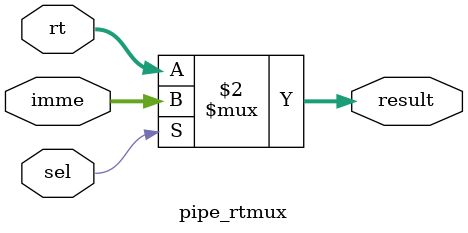
<source format=v>
module pipe_rtmux(sel,imme,rt,result);
	input		sel;
	input [31:0]		imme;
	input [31:0]		rt;

	output [31:0]	result;

	assign result=(sel==0)?rt:imme;
	
	
endmodule
</source>
